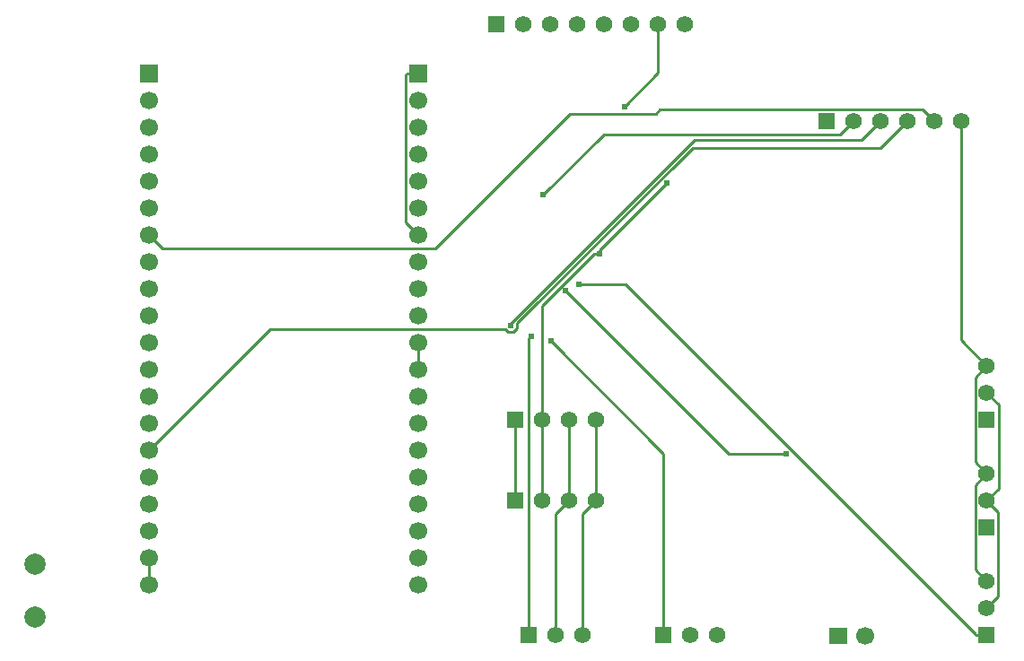
<source format=gbl>
G04 Layer: BottomLayer*
G04 EasyEDA v6.5.22, 2023-03-21 19:31:51*
G04 afc67292cab7459ea135deb86c664b34,e659aa28fce94fba860684ee23aa467a,10*
G04 Gerber Generator version 0.2*
G04 Scale: 100 percent, Rotated: No, Reflected: No *
G04 Dimensions in millimeters *
G04 leading zeros omitted , absolute positions ,4 integer and 5 decimal *
%FSLAX45Y45*%
%MOMM*%

%ADD10C,0.2540*%
%ADD11C,2.0000*%
%ADD12C,1.7000*%
%ADD13R,1.7000X1.7000*%
%ADD14R,1.5748X1.5748*%
%ADD15C,1.5748*%
%ADD16R,1.7000X1.5748*%
%ADD17C,0.6100*%

%LPD*%
D10*
X5715002Y9143997D02*
G01*
X5715002Y9905997D01*
X6506212Y11468478D02*
G01*
X6453659Y11468478D01*
X5969002Y10983821D01*
X5969002Y9905997D01*
X7141263Y12141807D02*
G01*
X6506212Y11506756D01*
X6506212Y11468478D01*
X5969002Y9143997D02*
G01*
X5969002Y9905997D01*
X5842002Y7873997D02*
G01*
X5842002Y10672493D01*
X5863897Y10694388D01*
X6049926Y10646966D02*
G01*
X7112002Y9584890D01*
X7112002Y7873997D01*
X10053347Y7873997D02*
G01*
X10053347Y7884030D01*
X6751271Y11186106D01*
X6308956Y11186106D01*
X10160002Y7873997D02*
G01*
X10053347Y7873997D01*
X8270394Y9584128D02*
G01*
X7725387Y9584128D01*
X6188763Y11120752D01*
X7061202Y13639797D02*
G01*
X7061202Y13177695D01*
X6746267Y12862760D01*
X2260602Y8343897D02*
G01*
X2260602Y8597897D01*
X6223002Y9143997D02*
G01*
X6223002Y9905997D01*
X6096002Y7873997D02*
G01*
X6096002Y9016997D01*
X6223002Y9143997D01*
X10160002Y9143997D02*
G01*
X10267444Y9036555D01*
X10267444Y8235439D01*
X10160002Y8127997D01*
X10160002Y10159997D02*
G01*
X10270365Y10049634D01*
X10270365Y9254360D01*
X10160002Y9143997D01*
X4800602Y10375897D02*
G01*
X4800602Y10629897D01*
X4800602Y13169872D02*
G01*
X4687674Y13169872D01*
X4687674Y13169872D02*
G01*
X4677285Y13159483D01*
X4677285Y11769214D01*
X4800602Y11645897D01*
X6477002Y9143997D02*
G01*
X6477002Y9905997D01*
X6350002Y7873997D02*
G01*
X6350002Y9016997D01*
X6477002Y9143997D01*
X9918702Y12725397D02*
G01*
X9918702Y10655297D01*
X10160002Y10413997D01*
X10160002Y10413997D02*
G01*
X10053170Y10307165D01*
X10053170Y9504829D01*
X10160002Y9397997D01*
X10160002Y9397997D02*
G01*
X10053170Y9291165D01*
X10053170Y8488829D01*
X10160002Y8381997D01*
X8902702Y12725397D02*
G01*
X8777810Y12600505D01*
X6551119Y12600505D01*
X5977511Y12026897D01*
X9156702Y12725397D02*
G01*
X8981899Y12550594D01*
X7404432Y12550594D01*
X5668418Y10814580D01*
X5668418Y10790069D01*
X2260602Y9613897D02*
G01*
X3403602Y10756897D01*
X5618761Y10756897D01*
X5644161Y10731497D01*
X5692701Y10731497D01*
X5726991Y10765787D01*
X5726991Y10815469D01*
X7383401Y12471880D01*
X9157185Y12471880D01*
X9410702Y12725397D01*
X9664702Y12725397D02*
G01*
X9557870Y12832229D01*
X7075807Y12832229D01*
X7038317Y12794739D01*
X6225644Y12794739D01*
X4953510Y11522605D01*
X2383894Y11522605D01*
X2260602Y11645897D01*
D11*
G01*
X1181100Y8543544D03*
G01*
X1181100Y8042655D03*
D12*
G01*
X4800600Y12915900D03*
G01*
X4800600Y12661900D03*
G01*
X4800600Y12407900D03*
G01*
X4800600Y12153900D03*
G01*
X4800600Y11899900D03*
G01*
X4800600Y11645900D03*
G01*
X4800600Y11391900D03*
G01*
X4800600Y11137900D03*
G01*
X4800600Y10883900D03*
G01*
X4800600Y10629900D03*
G01*
X4800600Y10375900D03*
G01*
X4800600Y10121900D03*
G01*
X4800600Y9867900D03*
G01*
X4800600Y9613900D03*
G01*
X4800600Y9359900D03*
G01*
X2260600Y12661900D03*
G01*
X2260600Y12407900D03*
G01*
X2260600Y12153900D03*
G01*
X2260600Y11899900D03*
G01*
X2260600Y11645900D03*
G01*
X2260600Y11391900D03*
G01*
X2260600Y11137900D03*
G01*
X2260600Y10883900D03*
G01*
X2260600Y10629900D03*
G01*
X2260600Y10375900D03*
G01*
X2260600Y10121900D03*
G01*
X2260600Y9867900D03*
G01*
X2260600Y9613900D03*
G01*
X2260600Y9359900D03*
G01*
X2260600Y12915900D03*
G01*
X4800600Y9105900D03*
G01*
X4800600Y8851900D03*
D13*
G01*
X4800600Y13169874D03*
G01*
X2260600Y13169874D03*
D12*
G01*
X2260600Y9105900D03*
G01*
X2260600Y8851900D03*
G01*
X4800600Y8597900D03*
G01*
X2260600Y8597900D03*
G01*
X2260600Y8343900D03*
G01*
X4800600Y8343900D03*
D14*
G01*
X5715000Y9906000D03*
D15*
G01*
X5969000Y9906000D03*
G01*
X6223000Y9906000D03*
G01*
X6477000Y9906000D03*
D14*
G01*
X5715000Y9144000D03*
D15*
G01*
X5969000Y9144000D03*
G01*
X6223000Y9144000D03*
G01*
X6477000Y9144000D03*
D16*
G01*
X8763000Y7861300D03*
D12*
G01*
X9017000Y7861300D03*
D15*
G01*
X6350000Y7874000D03*
G01*
X6096000Y7874000D03*
D14*
G01*
X5842000Y7874000D03*
D15*
G01*
X7620000Y7874000D03*
G01*
X7366000Y7874000D03*
D14*
G01*
X7112000Y7874000D03*
D15*
G01*
X9918700Y12725400D03*
G01*
X9664700Y12725400D03*
G01*
X9410700Y12725400D03*
G01*
X9156700Y12725400D03*
G01*
X8902700Y12725400D03*
D14*
G01*
X8648700Y12725400D03*
D15*
G01*
X10160000Y8382000D03*
G01*
X10160000Y8128000D03*
D14*
G01*
X10160000Y7874000D03*
D15*
G01*
X10160000Y9398000D03*
G01*
X10160000Y9144000D03*
D14*
G01*
X10160000Y8890000D03*
D15*
G01*
X10160000Y10414000D03*
G01*
X10160000Y10160000D03*
D14*
G01*
X10160000Y9906000D03*
G01*
X5537200Y13639800D03*
D15*
G01*
X5791200Y13639800D03*
G01*
X6045200Y13639800D03*
G01*
X6299200Y13639800D03*
G01*
X6553200Y13639800D03*
G01*
X6807200Y13639800D03*
G01*
X7061200Y13639800D03*
G01*
X7315200Y13639800D03*
D17*
G01*
X6506209Y11468480D03*
G01*
X7141260Y12141809D03*
G01*
X5863894Y10694390D03*
G01*
X6049924Y10646968D03*
G01*
X6308953Y11186109D03*
G01*
X6188760Y11120754D03*
G01*
X8270392Y9584131D03*
G01*
X6746265Y12862763D03*
G01*
X5977509Y12026900D03*
G01*
X5668416Y10790072D03*
M02*

</source>
